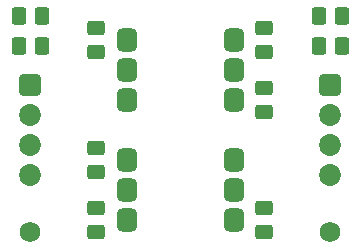
<source format=gts>
G04 Layer_Color=8388736*
%FSLAX25Y25*%
%MOIN*%
G70*
G01*
G75*
G04:AMPARAMS|DCode=23|XSize=47.37mil|YSize=59.18mil|CornerRadius=8.92mil|HoleSize=0mil|Usage=FLASHONLY|Rotation=90.000|XOffset=0mil|YOffset=0mil|HoleType=Round|Shape=RoundedRectangle|*
%AMROUNDEDRECTD23*
21,1,0.04737,0.04134,0,0,90.0*
21,1,0.02953,0.05918,0,0,90.0*
1,1,0.01784,0.02067,0.01476*
1,1,0.01784,0.02067,-0.01476*
1,1,0.01784,-0.02067,-0.01476*
1,1,0.01784,-0.02067,0.01476*
%
%ADD23ROUNDEDRECTD23*%
G04:AMPARAMS|DCode=24|XSize=47.37mil|YSize=59.18mil|CornerRadius=8.92mil|HoleSize=0mil|Usage=FLASHONLY|Rotation=0.000|XOffset=0mil|YOffset=0mil|HoleType=Round|Shape=RoundedRectangle|*
%AMROUNDEDRECTD24*
21,1,0.04737,0.04134,0,0,0.0*
21,1,0.02953,0.05918,0,0,0.0*
1,1,0.01784,0.01476,-0.02067*
1,1,0.01784,-0.01476,-0.02067*
1,1,0.01784,-0.01476,0.02067*
1,1,0.01784,0.01476,0.02067*
%
%ADD24ROUNDEDRECTD24*%
%ADD25C,0.06800*%
G04:AMPARAMS|DCode=26|XSize=78.08mil|YSize=67.84mil|CornerRadius=18.96mil|HoleSize=0mil|Usage=FLASHONLY|Rotation=90.000|XOffset=0mil|YOffset=0mil|HoleType=Round|Shape=RoundedRectangle|*
%AMROUNDEDRECTD26*
21,1,0.07808,0.02992,0,0,90.0*
21,1,0.04016,0.06784,0,0,90.0*
1,1,0.03792,0.01496,0.02008*
1,1,0.03792,0.01496,-0.02008*
1,1,0.03792,-0.01496,-0.02008*
1,1,0.03792,-0.01496,0.02008*
%
%ADD26ROUNDEDRECTD26*%
%ADD27C,0.07300*%
G04:AMPARAMS|DCode=28|XSize=73mil|YSize=73mil|CornerRadius=13.75mil|HoleSize=0mil|Usage=FLASHONLY|Rotation=180.000|XOffset=0mil|YOffset=0mil|HoleType=Round|Shape=RoundedRectangle|*
%AMROUNDEDRECTD28*
21,1,0.07300,0.04550,0,0,180.0*
21,1,0.04550,0.07300,0,0,180.0*
1,1,0.02750,-0.02275,0.02275*
1,1,0.02750,0.02275,0.02275*
1,1,0.02750,0.02275,-0.02275*
1,1,0.02750,-0.02275,-0.02275*
%
%ADD28ROUNDEDRECTD28*%
D23*
X88000Y11063D02*
D03*
Y18937D02*
D03*
Y58937D02*
D03*
Y51063D02*
D03*
Y78937D02*
D03*
Y71063D02*
D03*
X32000Y11063D02*
D03*
Y18937D02*
D03*
Y71063D02*
D03*
Y78937D02*
D03*
Y31063D02*
D03*
Y38937D02*
D03*
D24*
X106063Y83000D02*
D03*
X113937D02*
D03*
Y73000D02*
D03*
X106063D02*
D03*
X13937Y83000D02*
D03*
X6063D02*
D03*
Y73000D02*
D03*
X13937D02*
D03*
D25*
X110000Y11000D02*
D03*
X10000D02*
D03*
D26*
X77736Y35000D02*
D03*
X42264Y25000D02*
D03*
X77736Y15000D02*
D03*
X42264D02*
D03*
X77736Y25000D02*
D03*
X42264Y35000D02*
D03*
Y55000D02*
D03*
X77736Y65000D02*
D03*
X42264Y75000D02*
D03*
X77736D02*
D03*
X42264Y65000D02*
D03*
X77736Y55000D02*
D03*
D27*
X10000Y30000D02*
D03*
Y40000D02*
D03*
Y50000D02*
D03*
X110000Y30000D02*
D03*
Y40000D02*
D03*
Y50000D02*
D03*
D28*
X10000Y60000D02*
D03*
X110000D02*
D03*
M02*

</source>
